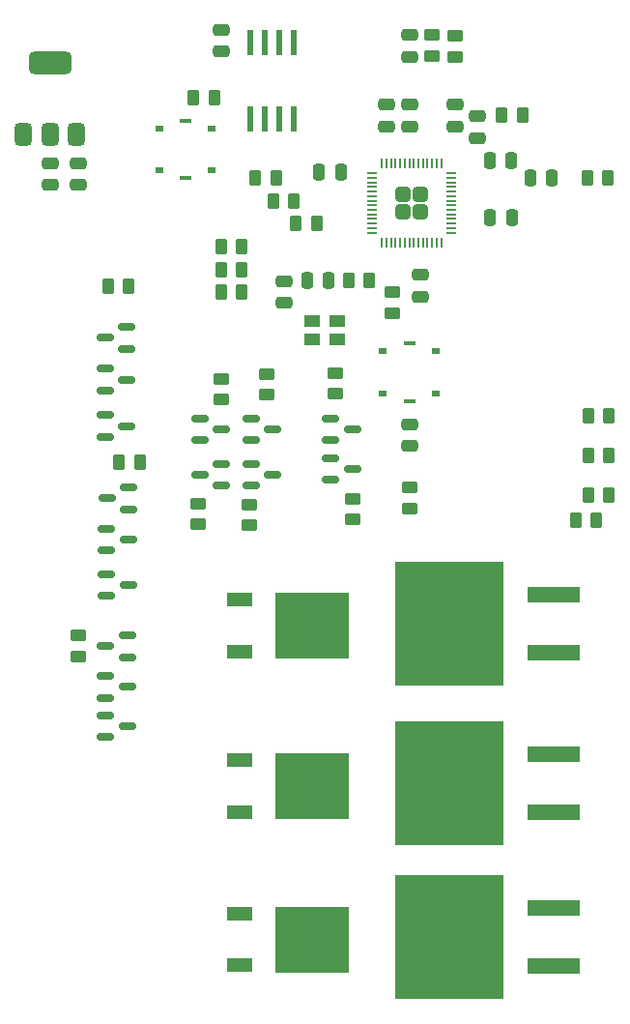
<source format=gbr>
%TF.GenerationSoftware,KiCad,Pcbnew,8.0.5*%
%TF.CreationDate,2024-11-27T19:54:23+01:00*%
%TF.ProjectId,escPCB,65736350-4342-42e6-9b69-6361645f7063,1.0*%
%TF.SameCoordinates,Original*%
%TF.FileFunction,Paste,Top*%
%TF.FilePolarity,Positive*%
%FSLAX46Y46*%
G04 Gerber Fmt 4.6, Leading zero omitted, Abs format (unit mm)*
G04 Created by KiCad (PCBNEW 8.0.5) date 2024-11-27 19:54:23*
%MOMM*%
%LPD*%
G01*
G04 APERTURE LIST*
G04 Aperture macros list*
%AMRoundRect*
0 Rectangle with rounded corners*
0 $1 Rounding radius*
0 $2 $3 $4 $5 $6 $7 $8 $9 X,Y pos of 4 corners*
0 Add a 4 corners polygon primitive as box body*
4,1,4,$2,$3,$4,$5,$6,$7,$8,$9,$2,$3,0*
0 Add four circle primitives for the rounded corners*
1,1,$1+$1,$2,$3*
1,1,$1+$1,$4,$5*
1,1,$1+$1,$6,$7*
1,1,$1+$1,$8,$9*
0 Add four rect primitives between the rounded corners*
20,1,$1+$1,$2,$3,$4,$5,0*
20,1,$1+$1,$4,$5,$6,$7,0*
20,1,$1+$1,$6,$7,$8,$9,0*
20,1,$1+$1,$8,$9,$2,$3,0*%
G04 Aperture macros list end*
%ADD10RoundRect,0.250000X0.475000X-0.250000X0.475000X0.250000X-0.475000X0.250000X-0.475000X-0.250000X0*%
%ADD11R,1.400000X1.100000*%
%ADD12R,0.600000X2.286000*%
%ADD13RoundRect,0.250000X-0.450000X0.262500X-0.450000X-0.262500X0.450000X-0.262500X0.450000X0.262500X0*%
%ADD14RoundRect,0.250000X0.262500X0.450000X-0.262500X0.450000X-0.262500X-0.450000X0.262500X-0.450000X0*%
%ADD15RoundRect,0.150000X0.587500X0.150000X-0.587500X0.150000X-0.587500X-0.150000X0.587500X-0.150000X0*%
%ADD16RoundRect,0.250000X-0.262500X-0.450000X0.262500X-0.450000X0.262500X0.450000X-0.262500X0.450000X0*%
%ADD17R,0.800000X0.600000*%
%ADD18R,1.000000X0.450000*%
%ADD19RoundRect,0.250000X-0.250000X-0.475000X0.250000X-0.475000X0.250000X0.475000X-0.250000X0.475000X0*%
%ADD20RoundRect,0.150000X-0.587500X-0.150000X0.587500X-0.150000X0.587500X0.150000X-0.587500X0.150000X0*%
%ADD21RoundRect,0.250000X-0.475000X0.250000X-0.475000X-0.250000X0.475000X-0.250000X0.475000X0.250000X0*%
%ADD22RoundRect,0.250000X0.250000X0.475000X-0.250000X0.475000X-0.250000X-0.475000X0.250000X-0.475000X0*%
%ADD23R,2.200000X1.200000*%
%ADD24R,6.400000X5.800000*%
%ADD25R,4.600000X1.350000*%
%ADD26R,9.500000X10.900000*%
%ADD27RoundRect,0.375000X0.375000X-0.625000X0.375000X0.625000X-0.375000X0.625000X-0.375000X-0.625000X0*%
%ADD28RoundRect,0.500000X1.400000X-0.500000X1.400000X0.500000X-1.400000X0.500000X-1.400000X-0.500000X0*%
%ADD29RoundRect,0.249999X-0.395001X-0.395001X0.395001X-0.395001X0.395001X0.395001X-0.395001X0.395001X0*%
%ADD30RoundRect,0.050000X-0.387500X-0.050000X0.387500X-0.050000X0.387500X0.050000X-0.387500X0.050000X0*%
%ADD31RoundRect,0.050000X-0.050000X-0.387500X0.050000X-0.387500X0.050000X0.387500X-0.050000X0.387500X0*%
G04 APERTURE END LIST*
D10*
%TO.C,C13*%
X96000000Y-63500000D03*
X96000000Y-61600000D03*
%TD*%
D11*
%TO.C,X1*%
X89500000Y-82100002D03*
X91700000Y-82100002D03*
X91700000Y-80500000D03*
X89500000Y-80500000D03*
%TD*%
D12*
%TO.C,IC1*%
X84095000Y-62830000D03*
X85365000Y-62830000D03*
X86635000Y-62830000D03*
X87905000Y-62830000D03*
X87905000Y-56170000D03*
X86635000Y-56170000D03*
X85365000Y-56170000D03*
X84095000Y-56170000D03*
%TD*%
D13*
%TO.C,R15*%
X91500000Y-85087500D03*
X91500000Y-86912500D03*
%TD*%
D14*
%TO.C,R7*%
X83315232Y-74010732D03*
X81490232Y-74010732D03*
%TD*%
D15*
%TO.C,Q8*%
X73402732Y-97010732D03*
X73402732Y-95110732D03*
X71527732Y-96060732D03*
%TD*%
D14*
%TO.C,R9*%
X83315232Y-78010732D03*
X81490232Y-78010732D03*
%TD*%
D16*
%TO.C,R23*%
X113675000Y-88810000D03*
X115500000Y-88810000D03*
%TD*%
D15*
%TO.C,Q10*%
X81500000Y-94950000D03*
X81500000Y-93050000D03*
X79625000Y-94000000D03*
%TD*%
D17*
%TO.C,S1*%
X95700000Y-86850000D03*
X95700000Y-83150000D03*
X100300000Y-86850000D03*
X100300000Y-83150000D03*
D18*
X98000000Y-82475000D03*
X98000000Y-87525000D03*
%TD*%
D19*
%TO.C,C10*%
X108600000Y-68000000D03*
X110500000Y-68000000D03*
%TD*%
D15*
%TO.C,Q9*%
X73277732Y-109960732D03*
X73277732Y-108060732D03*
X71402732Y-109010732D03*
%TD*%
D13*
%TO.C,R26*%
X96500000Y-78000000D03*
X96500000Y-79825000D03*
%TD*%
D17*
%TO.C,S2*%
X76102732Y-67360732D03*
X76102732Y-63660732D03*
X80702732Y-67360732D03*
X80702732Y-63660732D03*
D18*
X78402732Y-62985732D03*
X78402732Y-68035732D03*
%TD*%
D13*
%TO.C,R10*%
X79500000Y-96500000D03*
X79500000Y-98325000D03*
%TD*%
%TO.C,R20*%
X102000000Y-55587500D03*
X102000000Y-57412500D03*
%TD*%
D16*
%TO.C,R17*%
X106087500Y-62500000D03*
X107912500Y-62500000D03*
%TD*%
D14*
%TO.C,R18*%
X115412500Y-68000000D03*
X113587500Y-68000000D03*
%TD*%
D16*
%TO.C,R16*%
X92675000Y-77000000D03*
X94500000Y-77000000D03*
%TD*%
D14*
%TO.C,R5*%
X74412500Y-92912500D03*
X72587500Y-92912500D03*
%TD*%
D20*
%TO.C,Q14*%
X84125000Y-89050000D03*
X84125000Y-90950000D03*
X86000000Y-90000000D03*
%TD*%
%TO.C,Q6*%
X71402732Y-111610732D03*
X71402732Y-113510732D03*
X73277732Y-112560732D03*
%TD*%
D21*
%TO.C,C4*%
X69000000Y-66700000D03*
X69000000Y-68600000D03*
%TD*%
D20*
%TO.C,Q11*%
X84125000Y-93050000D03*
X84125000Y-94950000D03*
X86000000Y-94000000D03*
%TD*%
D15*
%TO.C,Q7*%
X73240000Y-82960732D03*
X73240000Y-81060732D03*
X71365000Y-82010732D03*
%TD*%
D20*
%TO.C,Q3*%
X71402732Y-115060732D03*
X71402732Y-116960732D03*
X73277732Y-116010732D03*
%TD*%
D14*
%TO.C,R24*%
X114412500Y-98000000D03*
X112587500Y-98000000D03*
%TD*%
D20*
%TO.C,Q4*%
X71365000Y-84720000D03*
X71365000Y-86620000D03*
X73240000Y-85670000D03*
%TD*%
D22*
%TO.C,C8*%
X90950000Y-77000000D03*
X89050000Y-77000000D03*
%TD*%
D16*
%TO.C,R22*%
X113675000Y-92310000D03*
X115500000Y-92310000D03*
%TD*%
D13*
%TO.C,R6*%
X69000000Y-108087500D03*
X69000000Y-109912500D03*
%TD*%
D21*
%TO.C,C6*%
X81500000Y-55050000D03*
X81500000Y-56950000D03*
%TD*%
D23*
%TO.C,AH1*%
X83150000Y-104900000D03*
D24*
X89450000Y-107180000D03*
D23*
X83150000Y-109460000D03*
%TD*%
D13*
%TO.C,R13*%
X85500000Y-85175000D03*
X85500000Y-87000000D03*
%TD*%
D19*
%TO.C,C11*%
X105100000Y-71500000D03*
X107000000Y-71500000D03*
%TD*%
D10*
%TO.C,C2*%
X98000000Y-63500000D03*
X98000000Y-61600000D03*
%TD*%
D13*
%TO.C,R19*%
X100000000Y-55500000D03*
X100000000Y-57325000D03*
%TD*%
D23*
%TO.C,CH1*%
X83150000Y-132400000D03*
D24*
X89450000Y-134680000D03*
D23*
X83150000Y-136960000D03*
%TD*%
D22*
%TO.C,C3*%
X92000000Y-67500000D03*
X90100000Y-67500000D03*
%TD*%
D14*
%TO.C,R4*%
X73412500Y-77500000D03*
X71587500Y-77500000D03*
%TD*%
D23*
%TO.C,BH1*%
X83150000Y-118960000D03*
D24*
X89450000Y-121240000D03*
D23*
X83150000Y-123520000D03*
%TD*%
D20*
%TO.C,Q1*%
X71377500Y-88782500D03*
X71377500Y-90682500D03*
X73252500Y-89732500D03*
%TD*%
D13*
%TO.C,R25*%
X98000000Y-95137500D03*
X98000000Y-96962500D03*
%TD*%
D14*
%TO.C,R2*%
X87902732Y-70010732D03*
X86077732Y-70010732D03*
%TD*%
D10*
%TO.C,C12*%
X98000000Y-57400000D03*
X98000000Y-55500000D03*
%TD*%
D13*
%TO.C,R14*%
X81500000Y-85587500D03*
X81500000Y-87412500D03*
%TD*%
D16*
%TO.C,R27*%
X79087500Y-61000000D03*
X80912500Y-61000000D03*
%TD*%
D14*
%TO.C,R3*%
X89902732Y-72010732D03*
X88077732Y-72010732D03*
%TD*%
D13*
%TO.C,R11*%
X84000000Y-96587500D03*
X84000000Y-98412500D03*
%TD*%
D14*
%TO.C,R1*%
X86315232Y-68010732D03*
X84490232Y-68010732D03*
%TD*%
D25*
%TO.C,CL1*%
X110650000Y-137040000D03*
D26*
X101500000Y-134500000D03*
D25*
X110650000Y-131960000D03*
%TD*%
D27*
%TO.C,U2*%
X64200000Y-64200000D03*
X66500000Y-64200000D03*
D28*
X66500000Y-57900000D03*
D27*
X68800000Y-64200000D03*
%TD*%
D10*
%TO.C,C15*%
X102000000Y-63500000D03*
X102000000Y-61600000D03*
%TD*%
D20*
%TO.C,Q5*%
X71490000Y-98720000D03*
X71490000Y-100620000D03*
X73365000Y-99670000D03*
%TD*%
D16*
%TO.C,R21*%
X113675000Y-95810000D03*
X115500000Y-95810000D03*
%TD*%
D21*
%TO.C,C5*%
X66500000Y-66700000D03*
X66500000Y-68600000D03*
%TD*%
D29*
%TO.C,U1*%
X97400000Y-69400000D03*
X97400000Y-71000000D03*
X99000000Y-69400000D03*
X99000000Y-71000000D03*
D30*
X94762500Y-67600000D03*
X94762500Y-68000000D03*
X94762500Y-68400000D03*
X94762500Y-68800000D03*
X94762500Y-69200000D03*
X94762500Y-69600000D03*
X94762500Y-70000000D03*
X94762500Y-70400000D03*
X94762500Y-70800000D03*
X94762500Y-71200000D03*
X94762500Y-71600000D03*
X94762500Y-72000000D03*
X94762500Y-72400000D03*
X94762500Y-72800000D03*
D31*
X95600000Y-73637500D03*
X96000000Y-73637500D03*
X96400000Y-73637500D03*
X96800000Y-73637500D03*
X97200000Y-73637500D03*
X97600000Y-73637500D03*
X98000000Y-73637500D03*
X98400000Y-73637500D03*
X98800000Y-73637500D03*
X99200000Y-73637500D03*
X99600000Y-73637500D03*
X100000000Y-73637500D03*
X100400000Y-73637500D03*
X100800000Y-73637500D03*
D30*
X101637500Y-72800000D03*
X101637500Y-72400000D03*
X101637500Y-72000000D03*
X101637500Y-71600000D03*
X101637500Y-71200000D03*
X101637500Y-70800000D03*
X101637500Y-70400000D03*
X101637500Y-70000000D03*
X101637500Y-69600000D03*
X101637500Y-69200000D03*
X101637500Y-68800000D03*
X101637500Y-68400000D03*
X101637500Y-68000000D03*
X101637500Y-67600000D03*
D31*
X100800000Y-66762500D03*
X100400000Y-66762500D03*
X100000000Y-66762500D03*
X99600000Y-66762500D03*
X99200000Y-66762500D03*
X98800000Y-66762500D03*
X98400000Y-66762500D03*
X98000000Y-66762500D03*
X97600000Y-66762500D03*
X97200000Y-66762500D03*
X96800000Y-66762500D03*
X96400000Y-66762500D03*
X96000000Y-66762500D03*
X95600000Y-66762500D03*
%TD*%
D13*
%TO.C,R12*%
X93000000Y-96087500D03*
X93000000Y-97912500D03*
%TD*%
D19*
%TO.C,C9*%
X105050000Y-66500000D03*
X106950000Y-66500000D03*
%TD*%
D20*
%TO.C,Q13*%
X79625000Y-89050000D03*
X79625000Y-90950000D03*
X81500000Y-90000000D03*
%TD*%
D14*
%TO.C,R8*%
X83315232Y-76010732D03*
X81490232Y-76010732D03*
%TD*%
D20*
%TO.C,Q15*%
X91125000Y-89050000D03*
X91125000Y-90950000D03*
X93000000Y-90000000D03*
%TD*%
D25*
%TO.C,BL1*%
X110650000Y-123540000D03*
D26*
X101500000Y-121000000D03*
D25*
X110650000Y-118460000D03*
%TD*%
D10*
%TO.C,C7*%
X87000000Y-78950000D03*
X87000000Y-77050000D03*
%TD*%
D25*
%TO.C,AL1*%
X110650000Y-109540000D03*
D26*
X101500000Y-107000000D03*
D25*
X110650000Y-104460000D03*
%TD*%
D21*
%TO.C,C14*%
X99000000Y-76500000D03*
X99000000Y-78400000D03*
%TD*%
D20*
%TO.C,Q2*%
X71490000Y-102720000D03*
X71490000Y-104620000D03*
X73365000Y-103670000D03*
%TD*%
%TO.C,Q12*%
X91125000Y-92550000D03*
X91125000Y-94450000D03*
X93000000Y-93500000D03*
%TD*%
D10*
%TO.C,C1*%
X104000000Y-64500000D03*
X104000000Y-62600000D03*
%TD*%
%TO.C,C16*%
X98000000Y-91450000D03*
X98000000Y-89550000D03*
%TD*%
M02*

</source>
